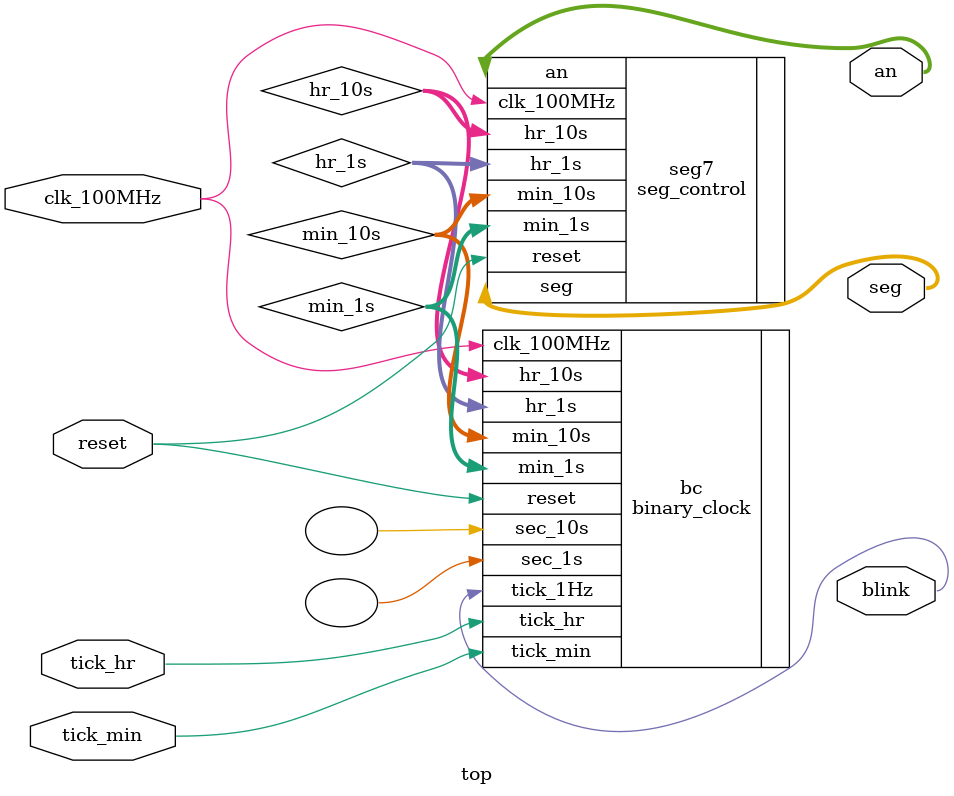
<source format=v>

`timescale 1ns / 1ps


module top(
    input clk_100MHz,           // 100MHz from Basys 3
    input reset,                // btnC
    input tick_hr,              // btnL
    input tick_min,             // btnR
    output blink,               // LED 12
    output [0:6] seg,           // Cathodes
    output [3:0] an             // Anodes
    );
    
    // Internal Connections
    wire [3:0] min_1s, min_10s, hr_1s, hr_10s;
    
    binary_clock bc(
        .clk_100MHz(clk_100MHz),
        .reset(reset),
        .tick_hr(tick_hr),
        .tick_min(tick_min),
        .tick_1Hz(blink),
        .sec_10s(),         // not connected for this clock
        .sec_1s(),          // not connected for this clock
        .min_10s(min_10s),
        .min_1s(min_1s),
        .hr_10s(hr_10s),
        .hr_1s(hr_1s)
        );
    
    seg_control seg7(
        .clk_100MHz(clk_100MHz),
        .reset(reset),
        .min_1s(min_1s),
        .min_10s(min_10s),
        .hr_1s(hr_1s),
        .hr_10s(hr_10s),
        .seg(seg),
        .an(an)
        );
    
endmodule

</source>
